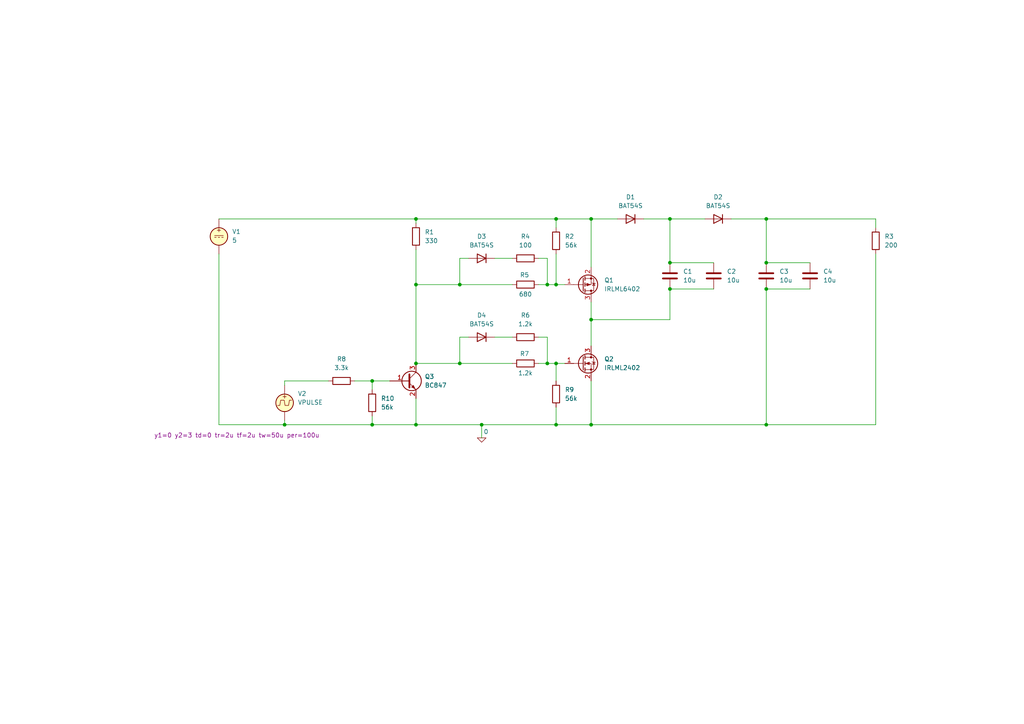
<source format=kicad_sch>
(kicad_sch (version 20231120) (generator "eeschema") (generator_version "8.0")
  (paper "A4")
  (lib_symbols
    (symbol "Device:C" (pin_numbers hide) (pin_names (offset 0.254))
      (property "Reference" "C" (at 0.635 2.54 0))
      (property "Value" "C" (at 0.635 -2.54 0))
      (symbol "C_0_1"
        (polyline (pts (xy -2.032 -0.762) (xy 2.032 -0.762)) (stroke (width 0.508)))
        (polyline (pts (xy -2.032 0.762) (xy 2.032 0.762)) (stroke (width 0.508)))
      )
      (symbol "C_1_1"
        (pin passive line (at 0 3.81 270) (length 2.794) (name "~") (number "1"))
        (pin passive line (at 0 -3.81 90) (length 2.794) (name "~") (number "2"))
      )
    )
    (symbol "Device:D" (pin_numbers hide) (pin_names (offset 1.016) hide)
      (property "Reference" "D" (at 0 2.54 0))
      (property "Value" "D" (at 0 -2.54 0))
      (symbol "D_0_1"
        (polyline (pts (xy -1.27 1.27) (xy -1.27 -1.27)) (stroke (width 0.254)))
        (polyline (pts (xy 1.27 0) (xy -1.27 0)))
        (polyline (pts (xy 1.27 1.27) (xy 1.27 -1.27) (xy -1.27 0) (xy 1.27 1.27)) (stroke (width 0.254)))
      )
      (symbol "D_1_1"
        (pin passive line (at -3.81 0 0) (length 2.54) (name "K") (number "1"))
        (pin passive line (at 3.81 0 180) (length 2.54) (name "A") (number "2"))
      )
    )
    (symbol "Device:R" (pin_numbers hide) (pin_names (offset 0))
      (property "Reference" "R" (at 2.032 0 90))
      (property "Value" "R" (at 0 0 90))
      (symbol "R_0_1"
        (rectangle (start -1.016 -2.54) (end 1.016 2.54) (stroke (width 0.254)))
      )
      (symbol "R_1_1"
        (pin passive line (at 0 3.81 270) (length 1.27) (name "~") (number "1"))
        (pin passive line (at 0 -3.81 90) (length 1.27) (name "~") (number "2"))
      )
    )
    (symbol "Simulation_SPICE:0" (power) (pin_numbers hide) (pin_names (offset 0) hide)
      (property "Value" "0" (at 0 -2.54 0))
      (symbol "0_0_1"
        (polyline (pts (xy -1.27 0) (xy 0 -1.27) (xy 1.27 0) (xy -1.27 0)))
      )
      (symbol "0_1_1"
        (pin power_in line (at 0 0 0) (length 0) (name "~") (number "1"))
      )
    )
    (symbol "Simulation_SPICE:VDC" (pin_numbers hide) (pin_names (offset 0.0254))
      (property "Reference" "V" (at 2.54 2.54 0))
      (property "Value" "1" (at 2.54 0 0))
      (symbol "VDC_0_0"
        (polyline (pts (xy -1.27 0.254) (xy 1.27 0.254)))
        (polyline (pts (xy -0.762 -0.254) (xy -1.27 -0.254)))
        (polyline (pts (xy 0.254 -0.254) (xy -0.254 -0.254)))
        (polyline (pts (xy 1.27 -0.254) (xy 0.762 -0.254)))
        (text "+" (at 0 1.905 0) (effects (font (size 1.27 1.27))))
      )
      (symbol "VDC_0_1"
        (circle (center 0 0) (radius 2.54) (stroke (width 0.254)) (fill (type background)))
      )
      (symbol "VDC_1_1"
        (pin passive line (at 0 5.08 270) (length 2.54) (name "~") (number "1"))
        (pin passive line (at 0 -5.08 90) (length 2.54) (name "~") (number "2"))
      )
    )
    (symbol "Simulation_SPICE:VPULSE" (pin_numbers hide) (pin_names (offset 0.0254))
      (property "Reference" "V" (at 2.54 2.54 0))
      (property "Value" "VPULSE" (at 2.54 0 0))
      (property "Sim.Params" "y1=0 y2=1 td=2n tr=2n tf=2n tw=50n per=100n" (at 2.54 -2.54 0))
      (symbol "VPULSE_0_0"
        (polyline (pts (xy -2.032 -0.762) (xy -1.397 -0.762) (xy -1.143 0.762) (xy -0.127 0.762) (xy 0.127 -0.762) (xy 1.143 -0.762) (xy 1.397 0.762) (xy 2.032 0.762)))
        (text "+" (at 0 1.905 0) (effects (font (size 1.27 1.27))))
      )
      (symbol "VPULSE_0_1"
        (circle (center 0 0) (radius 2.54) (stroke (width 0.254)) (fill (type background)))
      )
      (symbol "VPULSE_1_1"
        (pin passive line (at 0 5.08 270) (length 2.54) (name "~") (number "1"))
        (pin passive line (at 0 -5.08 90) (length 2.54) (name "~") (number "2"))
      )
    )
    (symbol "Transistor_BJT:BC847" (pin_names (offset 0) hide)
      (property "Reference" "Q" (at 5.08 1.905 0))
      (property "Value" "BC847" (at 5.08 0 0))
      (symbol "BC847_0_1"
        (polyline (pts (xy 0.635 0.635) (xy 2.54 2.54)))
        (polyline (pts (xy 0.635 -0.635) (xy 2.54 -2.54) (xy 2.54 -2.54)))
        (polyline (pts (xy 0.635 1.905) (xy 0.635 -1.905) (xy 0.635 -1.905)) (stroke (width 0.508)))
        (polyline (pts (xy 1.27 -1.778) (xy 1.778 -1.27) (xy 2.286 -2.286) (xy 1.27 -1.778) (xy 1.27 -1.778)) (fill (type outline)))
        (circle (center 1.27 0) (radius 2.8194) (stroke (width 0.254)))
      )
      (symbol "BC847_1_1"
        (pin input line (at -5.08 0 0) (length 5.715) (name "B") (number "1"))
        (pin passive line (at 2.54 -5.08 90) (length 2.54) (name "E") (number "2"))
        (pin passive line (at 2.54 5.08 270) (length 2.54) (name "C") (number "3"))
      )
    )
    (symbol "Transistor_FET:IRLML2060" (pin_names hide)
      (property "Reference" "Q" (at 5.08 1.905 0))
      (property "Value" "IRLML2060" (at 5.08 0 0))
      (symbol "IRLML2060_0_1"
        (polyline (pts (xy 0.254 0) (xy -2.54 0)))
        (polyline (pts (xy 0.254 1.905) (xy 0.254 -1.905)) (stroke (width 0.254)))
        (polyline (pts (xy 0.762 -1.27) (xy 0.762 -2.286)) (stroke (width 0.254)))
        (polyline (pts (xy 0.762 0.508) (xy 0.762 -0.508)) (stroke (width 0.254)))
        (polyline (pts (xy 0.762 2.286) (xy 0.762 1.27)) (stroke (width 0.254)))
        (polyline (pts (xy 2.54 2.54) (xy 2.54 1.778)))
        (polyline (pts (xy 2.54 -2.54) (xy 2.54 0) (xy 0.762 0)))
        (polyline (pts (xy 0.762 -1.778) (xy 3.302 -1.778) (xy 3.302 1.778) (xy 0.762 1.778)))
        (polyline (pts (xy 1.016 0) (xy 2.032 0.381) (xy 2.032 -0.381) (xy 1.016 0)) (fill (type outline)))
        (polyline (pts (xy 2.794 0.508) (xy 2.921 0.381) (xy 3.683 0.381) (xy 3.81 0.254)))
        (polyline (pts (xy 3.302 0.381) (xy 2.921 -0.254) (xy 3.683 -0.254) (xy 3.302 0.381)))
        (circle (center 1.651 0) (radius 2.794) (stroke (width 0.254)))
        (circle (center 2.54 -1.778) (radius 0.254) (fill (type outline)))
        (circle (center 2.54 1.778) (radius 0.254) (fill (type outline)))
      )
      (symbol "IRLML2060_1_1"
        (pin input line (at -5.08 0 0) (length 2.54) (name "G") (number "1"))
        (pin passive line (at 2.54 -5.08 90) (length 2.54) (name "S") (number "2"))
        (pin passive line (at 2.54 5.08 270) (length 2.54) (name "D") (number "3"))
      )
    )
    (symbol "Transistor_FET:IRLML6402" (pin_names hide)
      (property "Reference" "Q" (at 5.08 1.905 0))
      (property "Value" "IRLML6402" (at 5.08 0 0))
      (symbol "IRLML6402_0_1"
        (polyline (pts (xy 0.254 0) (xy -2.54 0)))
        (polyline (pts (xy 0.254 1.905) (xy 0.254 -1.905)) (stroke (width 0.254)))
        (polyline (pts (xy 0.762 -1.27) (xy 0.762 -2.286)) (stroke (width 0.254)))
        (polyline (pts (xy 0.762 0.508) (xy 0.762 -0.508)) (stroke (width 0.254)))
        (polyline (pts (xy 0.762 2.286) (xy 0.762 1.27)) (stroke (width 0.254)))
        (polyline (pts (xy 2.54 2.54) (xy 2.54 1.778)))
        (polyline (pts (xy 2.54 -2.54) (xy 2.54 0) (xy 0.762 0)))
        (polyline (pts (xy 0.762 1.778) (xy 3.302 1.778) (xy 3.302 -1.778) (xy 0.762 -1.778)))
        (polyline (pts (xy 2.286 0) (xy 1.27 0.381) (xy 1.27 -0.381) (xy 2.286 0)) (fill (type outline)))
        (polyline (pts (xy 2.794 -0.508) (xy 2.921 -0.381) (xy 3.683 -0.381) (xy 3.81 -0.254)))
        (polyline (pts (xy 3.302 -0.381) (xy 2.921 0.254) (xy 3.683 0.254) (xy 3.302 -0.381)))
        (circle (center 1.651 0) (radius 2.794) (stroke (width 0.254)))
        (circle (center 2.54 -1.778) (radius 0.254) (fill (type outline)))
        (circle (center 2.54 1.778) (radius 0.254) (fill (type outline)))
      )
      (symbol "IRLML6402_1_1"
        (pin input line (at -5.08 0 0) (length 2.54) (name "G") (number "1"))
        (pin passive line (at 2.54 -5.08 90) (length 2.54) (name "S") (number "2"))
        (pin passive line (at 2.54 5.08 270) (length 2.54) (name "D") (number "3"))
      )
    )
  )
  (junction (at 194.31 76.2))
  (junction (at 158.75 82.55))
  (junction (at 120.65 123.19))
  (junction (at 171.45 123.19))
  (junction (at 161.29 82.55))
  (junction (at 161.29 105.41))
  (junction (at 120.65 82.55))
  (junction (at 222.25 83.82))
  (junction (at 222.25 63.5))
  (junction (at 194.31 63.5))
  (junction (at 107.95 123.19))
  (junction (at 120.65 63.5))
  (junction (at 171.45 92.71))
  (junction (at 158.75 105.41))
  (junction (at 139.7 123.19))
  (junction (at 133.35 105.41))
  (junction (at 120.65 105.41))
  (junction (at 161.29 63.5))
  (junction (at 133.35 82.55))
  (junction (at 107.95 110.49))
  (junction (at 82.55 123.19))
  (junction (at 222.25 123.19))
  (junction (at 194.31 83.82))
  (junction (at 161.29 123.19))
  (junction (at 222.25 76.2))
  (junction (at 171.45 63.5))
  (wire (pts (xy 171.45 87.63) (xy 171.45 92.71)))
  (wire (pts (xy 143.51 97.79) (xy 148.59 97.79)))
  (wire (pts (xy 161.29 105.41) (xy 163.83 105.41)))
  (wire (pts (xy 107.95 110.49) (xy 113.03 110.49)))
  (wire (pts (xy 222.25 76.2) (xy 234.95 76.2)))
  (wire (pts (xy 133.35 82.55) (xy 148.59 82.55)))
  (wire (pts (xy 156.21 105.41) (xy 158.75 105.41)))
  (wire (pts (xy 171.45 123.19) (xy 222.25 123.19)))
  (wire (pts (xy 133.35 97.79) (xy 133.35 105.41)))
  (wire (pts (xy 254 66.04) (xy 254 63.5)))
  (wire (pts (xy 143.51 74.93) (xy 148.59 74.93)))
  (wire (pts (xy 120.65 63.5) (xy 120.65 64.77)))
  (wire (pts (xy 63.5 73.66) (xy 63.5 123.19)))
  (wire (pts (xy 158.75 74.93) (xy 158.75 82.55)))
  (wire (pts (xy 158.75 105.41) (xy 161.29 105.41)))
  (wire (pts (xy 156.21 82.55) (xy 158.75 82.55)))
  (wire (pts (xy 120.65 105.41) (xy 133.35 105.41)))
  (wire (pts (xy 207.01 76.2) (xy 194.31 76.2)))
  (wire (pts (xy 222.25 83.82) (xy 234.95 83.82)))
  (wire (pts (xy 102.87 110.49) (xy 107.95 110.49)))
  (wire (pts (xy 95.25 110.49) (xy 82.55 110.49)))
  (wire (pts (xy 161.29 73.66) (xy 161.29 82.55)))
  (wire (pts (xy 133.35 74.93) (xy 133.35 82.55)))
  (wire (pts (xy 156.21 74.93) (xy 158.75 74.93)))
  (wire (pts (xy 120.65 72.39) (xy 120.65 82.55)))
  (wire (pts (xy 171.45 77.47) (xy 171.45 63.5)))
  (wire (pts (xy 120.65 82.55) (xy 133.35 82.55)))
  (wire (pts (xy 107.95 123.19) (xy 120.65 123.19)))
  (wire (pts (xy 107.95 120.65) (xy 107.95 123.19)))
  (wire (pts (xy 133.35 105.41) (xy 148.59 105.41)))
  (wire (pts (xy 158.75 97.79) (xy 158.75 105.41)))
  (wire (pts (xy 63.5 63.5) (xy 120.65 63.5)))
  (wire (pts (xy 82.55 121.92) (xy 82.55 123.19)))
  (wire (pts (xy 120.65 123.19) (xy 139.7 123.19)))
  (wire (pts (xy 158.75 82.55) (xy 161.29 82.55)))
  (wire (pts (xy 161.29 118.11) (xy 161.29 123.19)))
  (wire (pts (xy 207.01 83.82) (xy 194.31 83.82)))
  (wire (pts (xy 63.5 123.19) (xy 82.55 123.19)))
  (wire (pts (xy 194.31 83.82) (xy 194.31 92.71)))
  (wire (pts (xy 254 73.66) (xy 254 123.19)))
  (wire (pts (xy 222.25 83.82) (xy 222.25 123.19)))
  (wire (pts (xy 161.29 82.55) (xy 163.83 82.55)))
  (wire (pts (xy 212.09 63.5) (xy 222.25 63.5)))
  (wire (pts (xy 161.29 66.04) (xy 161.29 63.5)))
  (wire (pts (xy 156.21 97.79) (xy 158.75 97.79)))
  (wire (pts (xy 171.45 63.5) (xy 179.07 63.5)))
  (wire (pts (xy 82.55 110.49) (xy 82.55 111.76)))
  (wire (pts (xy 186.69 63.5) (xy 194.31 63.5)))
  (wire (pts (xy 161.29 110.49) (xy 161.29 105.41)))
  (wire (pts (xy 171.45 92.71) (xy 171.45 100.33)))
  (wire (pts (xy 82.55 123.19) (xy 107.95 123.19)))
  (wire (pts (xy 107.95 113.03) (xy 107.95 110.49)))
  (wire (pts (xy 120.65 63.5) (xy 161.29 63.5)))
  (wire (pts (xy 194.31 92.71) (xy 171.45 92.71)))
  (wire (pts (xy 194.31 63.5) (xy 194.31 76.2)))
  (wire (pts (xy 171.45 110.49) (xy 171.45 123.19)))
  (wire (pts (xy 120.65 115.57) (xy 120.65 123.19)))
  (wire (pts (xy 139.7 123.19) (xy 161.29 123.19)))
  (wire (pts (xy 254 123.19) (xy 222.25 123.19)))
  (wire (pts (xy 194.31 63.5) (xy 204.47 63.5)))
  (wire (pts (xy 254 63.5) (xy 222.25 63.5)))
  (wire (pts (xy 161.29 123.19) (xy 171.45 123.19)))
  (wire (pts (xy 161.29 63.5) (xy 171.45 63.5)))
  (wire (pts (xy 135.89 97.79) (xy 133.35 97.79)))
  (wire (pts (xy 135.89 74.93) (xy 133.35 74.93)))
  (wire (pts (xy 139.7 123.19) (xy 139.7 127)))
  (wire (pts (xy 120.65 82.55) (xy 120.65 105.41)))
  (wire (pts (xy 222.25 63.5) (xy 222.25 76.2)))
  (symbol (lib_id "Simulation_SPICE:0") (at 139.7 127 0) (unit 1)
    (property "Reference" "#GND01" (effects (hide yes)))
    (property "Value" "0" (at 140.97 125.222 0))
    (property "Datasheet" "https://ngspice.sourceforge.io/docs/ngspice-html-manual/manual.xhtml#subsec_Circuit_elements__device" (effects (hide yes)))
    (property "Description" "0V reference potential for simulation" (effects (hide yes)))
  )
  (symbol (lib_id "Device:R") (at 152.4 97.79 90) (unit 1)
    (property "Reference" "R6" (at 152.4 91.44 90))
    (property "Value" "1.2k" (at 152.4 93.98 90))
    (property "Description" "Resistor" (effects (hide yes)))
  )
  (symbol (lib_id "Device:C") (at 222.25 80.01 0) (unit 1)
    (property "Reference" "C3" (at 226.06 78.7399 0) (effects (justify left)))
    (property "Value" "10u" (at 226.06 81.2799 0) (effects (justify left)))
    (property "Description" "Unpolarized capacitor" (effects (hide yes)))
  )
  (symbol (lib_id "Device:R") (at 120.65 68.58 0) (unit 1)
    (property "Reference" "R1" (at 123.19 67.3099 0) (effects (justify left)))
    (property "Value" "330" (at 123.19 69.8499 0) (effects (justify left)))
    (property "Description" "Resistor" (effects (hide yes)))
  )
  (symbol (lib_id "Device:R") (at 152.4 82.55 90) (unit 1)
    (property "Reference" "R5" (at 152.146 79.756 90))
    (property "Value" "680" (at 152.4 85.344 90))
    (property "Description" "Resistor" (effects (hide yes)))
  )
  (symbol (lib_id "Transistor_FET:IRLML6402") (at 168.91 82.55 0) (mirror x) (unit 1)
    (property "Reference" "Q1" (at 175.26 81.2799 0) (effects (justify left)))
    (property "Value" "IRLML6402" (at 175.26 83.8199 0) (effects (justify left)))
    (property "Footprint" "Package_TO_SOT_SMD:SOT-23" (effects (hide yes)))
    (property "Datasheet" "https://www.infineon.com/dgdl/irlml6402pbf.pdf?fileId=5546d462533600a401535668d5c2263c" (effects (hide yes)))
    (property "Description" "-3.7A Id, -20V Vds, 65mOhm Rds, P-Channel HEXFET Power MOSFET, SOT-23" (effects (hide yes)))
    (property "Sim.Device" "PMOS" (effects (hide yes)))
    (property "Sim.Type" "VDMOS" (effects (hide yes)))
    (property "Sim.Pins" "1=G 2=S 3=D" (effects (hide yes)))
    (property "Sim.Library" "models/irlml6402.lib" (effects (hide yes)))
    (property "Sim.Name" "IRLML6402" (effects (hide yes)))
  )
  (symbol (lib_id "Device:R") (at 161.29 69.85 0) (unit 1)
    (property "Reference" "R2" (at 163.83 68.5799 0) (effects (justify left)))
    (property "Value" "56k" (at 163.83 71.1199 0) (effects (justify left)))
    (property "Description" "Resistor" (effects (hide yes)))
  )
  (symbol (lib_id "Device:R") (at 254 69.85 0) (unit 1)
    (property "Reference" "R3" (at 256.54 68.5799 0) (effects (justify left)))
    (property "Value" "200" (at 256.54 71.1199 0) (effects (justify left)))
    (property "Description" "Resistor" (effects (hide yes)))
  )
  (symbol (lib_id "Transistor_FET:IRLML2060") (at 168.91 105.41 0) (unit 1)
    (property "Reference" "Q2" (at 175.26 104.1399 0) (effects (justify left)))
    (property "Value" "IRLML2402" (at 175.26 106.6799 0) (effects (justify left)))
    (property "Footprint" "Package_TO_SOT_SMD:SOT-23" (effects (hide yes)))
    (property "Datasheet" "https://www.infineon.com/dgdl/irlml2060pbf.pdf?fileId=5546d462533600a401535664b7fb25ee" (effects (hide yes)))
    (property "Description" "1.2A Id, 60V Vds, 480mOhm Rds, N-Channel HEXFET Power MOSFET, SOT-23" (effects (hide yes)))
    (property "Sim.Library" "models/irlml2402.lib" (effects (hide yes)))
    (property "Sim.Name" "IRLML2402" (effects (hide yes)))
    (property "Sim.Device" "NMOS" (effects (hide yes)))
    (property "Sim.Type" "VDMOS" (effects (hide yes)))
    (property "Sim.Pins" "1=G 2=S 3=D" (effects (hide yes)))
  )
  (symbol (lib_id "Device:D") (at 139.7 97.79 180) (unit 1)
    (property "Reference" "D4" (at 139.7 91.44 0))
    (property "Value" "BAT54S" (at 139.7 93.98 0))
    (property "Description" "Diode" (effects (hide yes)))
    (property "Sim.Device" "D" (effects (hide yes)))
    (property "Sim.Pins" "1=K 2=A" (effects (hide yes)))
    (property "Sim.Library" "models/bat54s.lib" (effects (hide yes)))
    (property "Sim.Name" "BAT54" (effects (hide yes)))
  )
  (symbol (lib_id "Device:C") (at 234.95 80.01 0) (unit 1)
    (property "Reference" "C4" (at 238.76 78.7399 0) (effects (justify left)))
    (property "Value" "10u" (at 238.76 81.2799 0) (effects (justify left)))
    (property "Description" "Unpolarized capacitor" (effects (hide yes)))
  )
  (symbol (lib_id "Device:R") (at 161.29 114.3 0) (unit 1)
    (property "Reference" "R9" (at 163.83 113.0299 0) (effects (justify left)))
    (property "Value" "56k" (at 163.83 115.5699 0) (effects (justify left)))
    (property "Description" "Resistor" (effects (hide yes)))
  )
  (symbol (lib_id "Device:R") (at 152.4 74.93 90) (unit 1)
    (property "Reference" "R4" (at 152.4 68.58 90))
    (property "Value" "100" (at 152.4 71.12 90))
    (property "Description" "Resistor" (effects (hide yes)))
  )
  (symbol (lib_id "Device:R") (at 152.4 105.41 90) (unit 1)
    (property "Reference" "R7" (at 152.146 102.616 90))
    (property "Value" "1.2k" (at 152.4 108.204 90))
    (property "Description" "Resistor" (effects (hide yes)))
  )
  (symbol (lib_id "Simulation_SPICE:VPULSE") (at 82.55 116.84 0) (unit 1)
    (property "Reference" "V2" (at 86.36 114.1701 0) (effects (justify left)))
    (property "Value" "VPULSE" (at 86.36 116.7101 0) (effects (justify left)))
    (property "Datasheet" "https://ngspice.sourceforge.io/docs/ngspice-html-manual/manual.xhtml#sec_Independent_Sources_for" (effects (hide yes)))
    (property "Description" "Voltage source, pulse" (effects (hide yes)))
    (property "Sim.Pins" "1=+ 2=-" (effects (hide yes)))
    (property "Sim.Type" "PULSE" (effects (hide yes)))
    (property "Sim.Device" "V" (effects (hide yes)))
    (property "Sim.Params" "y1=0 y2=3 td=0 tr=2u tf=2u tw=50u per=100u" (at 44.704 126.238 0) (effects (justify left)))
  )
  (symbol (lib_id "Device:R") (at 107.95 116.84 0) (unit 1)
    (property "Reference" "R10" (at 110.49 115.5699 0) (effects (justify left)))
    (property "Value" "56k" (at 110.49 118.1099 0) (effects (justify left)))
    (property "Description" "Resistor" (effects (hide yes)))
  )
  (symbol (lib_id "Device:D") (at 139.7 74.93 180) (unit 1)
    (property "Reference" "D3" (at 139.7 68.58 0))
    (property "Value" "BAT54S" (at 139.7 71.12 0))
    (property "Description" "Diode" (effects (hide yes)))
    (property "Sim.Device" "D" (effects (hide yes)))
    (property "Sim.Pins" "1=K 2=A" (effects (hide yes)))
    (property "Sim.Library" "models/bat54s.lib" (effects (hide yes)))
    (property "Sim.Name" "BAT54" (effects (hide yes)))
  )
  (symbol (lib_id "Device:D") (at 182.88 63.5 180) (unit 1)
    (property "Reference" "D1" (at 182.88 57.15 0))
    (property "Value" "BAT54S" (at 182.88 59.69 0))
    (property "Description" "Diode" (effects (hide yes)))
    (property "Sim.Device" "D" (effects (hide yes)))
    (property "Sim.Pins" "1=K 2=A" (effects (hide yes)))
    (property "Sim.Library" "models/bat54s.lib" (effects (hide yes)))
    (property "Sim.Name" "BAT54" (effects (hide yes)))
  )
  (symbol (lib_id "Device:R") (at 99.06 110.49 90) (unit 1)
    (property "Reference" "R8" (at 99.06 104.14 90))
    (property "Value" "3.3k" (at 99.06 106.68 90))
    (property "Description" "Resistor" (effects (hide yes)))
  )
  (symbol (lib_id "Device:D") (at 208.28 63.5 180) (unit 1)
    (property "Reference" "D2" (at 208.28 57.15 0))
    (property "Value" "BAT54S" (at 208.28 59.69 0))
    (property "Description" "Diode" (effects (hide yes)))
    (property "Sim.Device" "D" (effects (hide yes)))
    (property "Sim.Pins" "1=K 2=A" (effects (hide yes)))
    (property "Sim.Library" "models/bat54s.lib" (effects (hide yes)))
    (property "Sim.Name" "BAT54" (effects (hide yes)))
  )
  (symbol (lib_id "Simulation_SPICE:VDC") (at 63.5 68.58 0) (unit 1)
    (property "Reference" "V1" (at 67.31 67.1801 0) (effects (justify left)))
    (property "Value" "5" (at 67.31 69.7201 0) (effects (justify left)))
    (property "Datasheet" "https://ngspice.sourceforge.io/docs/ngspice-html-manual/manual.xhtml#sec_Independent_Sources_for" (effects (hide yes)))
    (property "Description" "Voltage source, DC" (effects (hide yes)))
    (property "Sim.Pins" "1=+ 2=-" (effects (hide yes)))
    (property "Sim.Type" "DC" (effects (hide yes)))
    (property "Sim.Device" "V" (effects (hide yes)))
  )
  (symbol (lib_id "Device:C") (at 207.01 80.01 0) (unit 1)
    (property "Reference" "C2" (at 210.82 78.7399 0) (effects (justify left)))
    (property "Value" "10u" (at 210.82 81.2799 0) (effects (justify left)))
    (property "Description" "Unpolarized capacitor" (effects (hide yes)))
  )
  (symbol (lib_id "Device:C") (at 194.31 80.01 0) (unit 1)
    (property "Reference" "C1" (at 198.12 78.7399 0) (effects (justify left)))
    (property "Value" "10u" (at 198.12 81.2799 0) (effects (justify left)))
    (property "Description" "Unpolarized capacitor" (effects (hide yes)))
  )
  (symbol (lib_id "Transistor_BJT:BC847") (at 118.11 110.49 0) (unit 1)
    (property "Reference" "Q3" (at 123.19 109.2199 0) (effects (justify left)))
    (property "Value" "BC847" (at 123.19 111.7599 0) (effects (justify left)))
    (property "Footprint" "Package_TO_SOT_SMD:SOT-23" (effects (hide yes)))
    (property "Datasheet" "http://www.infineon.com/dgdl/Infineon-BC847SERIES_BC848SERIES_BC849SERIES_BC850SERIES-DS-v01_01-en.pdf?fileId=db3a304314dca389011541d4630a1657" (effects (hide yes)))
    (property "Description" "0.1A Ic, 45V Vce, NPN Transistor, SOT-23" (effects (hide yes)))
    (property "Sim.Library" "models/bc847b.lib" (effects (hide yes)))
    (property "Sim.Name" "BC847B" (effects (hide yes)))
    (property "Sim.Device" "NPN" (effects (hide yes)))
    (property "Sim.Type" "GUMMELPOON" (effects (hide yes)))
    (property "Sim.Pins" "1=B 2=E 3=C" (effects (hide yes)))
  )
)
</source>
